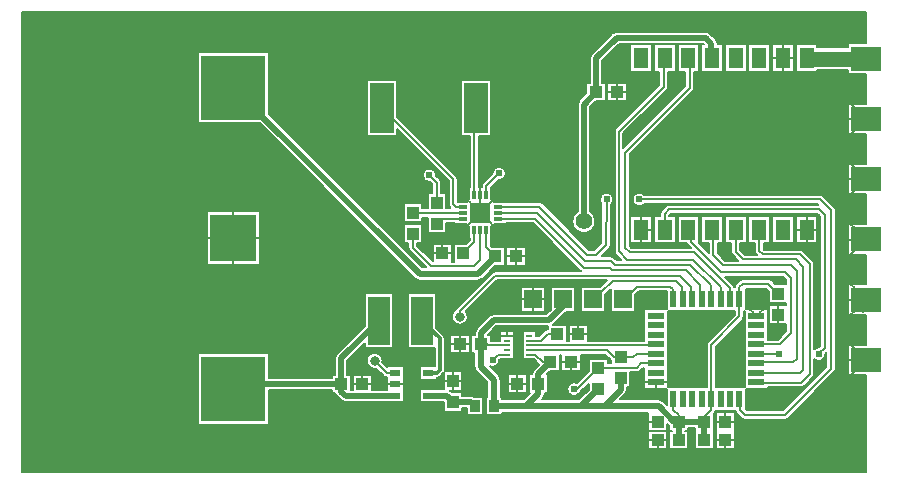
<source format=gtl>
G04 EasyPC Gerber Version 21.0.3 Build 4286 *
G04 #@! TF.Part,Single*
G04 #@! TF.FileFunction,Copper,L1,Top *
G04 #@! TF.FilePolarity,Positive *
%FSLAX35Y35*%
%MOIN*%
G04 #@! TA.AperFunction,SMDPad*
%ADD22R,0.01181X0.03150*%
%ADD71R,0.02362X0.05807*%
%ADD75R,0.03346X0.03937*%
%ADD28R,0.03937X0.04291*%
%ADD74R,0.05118X0.07087*%
%ADD26R,0.07283X0.16142*%
%ADD70R,0.07874X0.16535*%
G04 #@! TA.AperFunction,ComponentPad*
%ADD76R,0.06000X0.06000*%
G04 #@! TA.AperFunction,SMDPad*
%ADD23R,0.06890X0.06890*%
%ADD25R,0.15748X0.15748*%
%ADD24R,0.21654X0.21654*%
G04 #@! TD.AperFunction*
%ADD15C,0.00500*%
%ADD10C,0.00787*%
%ADD18C,0.00827*%
%ADD81C,0.01181*%
G04 #@! TA.AperFunction,SMDPad*
%ADD72R,0.02362X0.00886*%
%ADD21R,0.03150X0.01181*%
%ADD19R,0.03543X0.02362*%
%ADD20R,0.05807X0.02362*%
%ADD27R,0.04291X0.03937*%
%ADD29R,0.04330X0.03940*%
%ADD73R,0.10000X0.07992*%
G04 #@! TD.AperFunction*
%ADD80C,0.01969*%
G04 #@! TA.AperFunction,ViaPad*
%ADD78C,0.02402*%
%ADD79C,0.03200*%
G04 #@! TD.AperFunction*
%ADD82C,0.05000*%
G04 #@! TA.AperFunction,ViaPad*
%ADD77C,0.05600*%
X0Y0D02*
D02*
D10*
X158419Y97297D02*
Y93754D01*
D02*
D15*
X5762Y158124D02*
Y4974D01*
X286864*
Y37205*
X280984*
Y47350*
X286864*
Y57283*
X280984*
Y67429*
X286864*
Y77362*
X280984*
Y87508*
X286864*
Y97441*
X280984*
Y107587*
X286864*
Y117520*
X280984*
Y127665*
X286864*
Y137598*
X280984*
Y138937*
X270827*
Y138150*
X263555*
Y147390*
X270827*
Y146406*
X280984*
Y147744*
X286864*
Y158124*
X5762*
X127234Y40116D02*
X132931D01*
Y28120*
X129880*
G75*
G02X129676Y28110I-201J2050*
G01*
X113541*
G75*
G02X112080Y28714I-4J2061*
G01*
X110637Y30157*
G75*
G02X110106Y31073I1458J1457*
G01*
X108872*
Y32057*
X88035*
Y20685*
X64228*
Y44492*
X88035*
Y36179*
X108872*
Y37163*
X110033*
Y42803*
G75*
G02X110639Y44263I2061*
G01*
X119941Y53564*
Y64516*
X129378*
Y46220*
X119941*
Y47735*
X114156Y41950*
Y37163*
X115317*
Y32232*
X115872*
Y37163*
X122317*
Y32232*
X127234*
Y36370*
G75*
G02X126254Y36805I73J1488*
G01*
X123702Y39356*
G75*
G02X120506Y41982I-519J2626*
G01*
G75*
G02X125860I2677*
G01*
G75*
G02X125809Y41464I-2676J0*
G01*
X127234Y40039*
Y40116*
X276498Y93261D02*
G75*
G02X276996Y92081I-1149J-1180D01*
G01*
Y39226*
G75*
G02X276512Y38060I-1648*
G01*
X261161Y22708*
G75*
G02X259994Y22224I-1167J1164*
G01*
X246707*
G75*
G02X245540Y22708J1648*
G01*
X243870Y24379*
G75*
G02X243412Y25254I1164J1167*
G01*
X236865*
G75*
G02X236441Y24393I-1478J193*
G01*
X236390Y24341*
Y12657*
X229945*
Y19646*
X227740*
Y18661*
X226579*
Y18650*
X227740*
Y12559*
X221295*
Y18650*
X222457*
Y18661*
X221295*
Y20261*
X220740Y20821*
Y18661*
X214295*
Y24650*
X173820*
G75*
G02X173814I-3J2163*
G01*
X165744*
Y23823*
X160244*
Y29913*
X160776*
Y34717*
X157047Y38445*
G75*
G02X156398Y40014I1569J1569*
G01*
Y44449*
X155449*
Y50539*
X156752*
Y51333*
G75*
G02X157358Y52792I2061*
G01*
X161487Y56922*
G75*
G02X162947Y57528I1459J-1455*
G01*
X180400*
X181862Y58989*
Y66531*
X190016*
Y58378*
X187080*
X182713Y54011*
G75*
G02X182686Y53984I-1466J1459*
G01*
X187374*
Y48591*
X187929*
Y53984*
X194374*
Y48591*
X213148*
Y59201*
X220531*
Y65197*
X211285*
X210016Y63972*
Y58378*
X201862*
Y65786*
X200016Y64028*
Y58378*
X191862*
Y66531*
X198323*
X200643Y68740*
X163958*
X153636Y58418*
G75*
G02X154305Y56648I-2008J-1770*
G01*
G75*
G02X148951I-2677*
G01*
G75*
G02X150189Y58905I2677*
G01*
G75*
G02X150574Y59571I1439J-387*
G01*
X162287Y71284*
G75*
G02X163342Y71720I1054J-1054*
G01*
X192082*
G75*
G02X191815Y71933I787J1266*
G01*
X175908Y87839*
X166984*
Y87661*
X162949*
Y86776*
X162063*
Y85586*
G75*
G02Y84820I-1478J-383*
G01*
Y82740*
X161886*
Y80332*
X162446Y79772*
X166606*
Y73681*
X163490*
X159209Y69359*
G75*
G02X157632Y68701I-1578J1560*
G01*
X138198*
G75*
G02X136626Y69350I-3J2219*
G01*
X84898Y121079*
X64228*
Y144886*
X88035*
Y124216*
X139114Y73138*
X140314*
X134925Y78527*
G75*
G02X134488Y79581I1054J1054*
G01*
Y81126*
X132933*
Y87571*
X139024*
Y81126*
X137469*
Y80198*
X142543Y75123*
Y80854*
X148988*
Y74969*
X149543*
Y80854*
X153704*
X154969Y82119*
Y82740*
X154791*
Y86776*
X153906*
Y87661*
X149870*
Y87839*
X146996*
Y84472*
X140906*
Y89701*
X139024*
Y88126*
X132933*
Y94571*
X139024*
Y92996*
X140906*
Y97917*
X142461*
Y100715*
X141654Y101522*
G75*
G02X139213Y103793I-164J2272*
G01*
G75*
G02X143768I2278*
G01*
G75*
G02X143762Y103629I-2277J0*
G01*
X145004Y102386*
G75*
G02X145441Y101333I-1054J-1054*
G01*
Y97917*
X146996*
Y92996*
X148408*
X148311Y93094*
G75*
G02X147874Y94148I1054J1054*
G01*
Y101798*
X130559Y119113*
Y116890*
X120531*
Y135579*
X130559*
Y123328*
X150418Y103469*
G75*
G02X150854Y102415I-1054J-1054*
G01*
Y94933*
X153906*
Y95819*
X154791*
Y99854*
X154969*
Y116890*
X152028*
Y135579*
X162055*
Y116890*
X157949*
Y99854*
X158906*
Y100061*
G75*
G02X159342Y101115I1490J0*
G01*
X162447Y104220*
G75*
G02X162441Y104384I2271J164*
G01*
G75*
G02X166996I2278*
G01*
G75*
G02X164554Y102112I-2278*
G01*
X162063Y99621*
Y95819*
X162949*
Y94933*
X166984*
Y94913*
X178100*
G75*
G02X179267Y94430J-1648*
G01*
X194830Y78866*
X196320*
X198799Y81346*
Y94260*
G75*
G02X198268Y95722I1746J1462*
G01*
G75*
G02X202823I2278*
G01*
G75*
G02X202094Y94053I-2278*
G01*
Y80663*
G75*
G02X201611Y79497I-1648*
G01*
X198854Y76740*
X202020*
G75*
G02X203075Y76304I1J-1490*
G01*
X203919Y75461*
X205511*
X203626Y77346*
G75*
G02X203189Y78400I1054J1054*
G01*
Y118360*
G75*
G02X203626Y119414I1490J0*
G01*
X218150Y133938*
Y138150*
X216311*
Y147390*
X223583*
Y138150*
X221130*
Y133321*
G75*
G02X220693Y132267I-1490J0*
G01*
X206169Y117743*
Y112903*
X226811Y133544*
Y138150*
X224185*
Y147390*
X231457*
Y138150*
X229791*
Y132927*
G75*
G02X229355Y131874I-1490J0*
G01*
X208236Y110755*
Y80296*
X208840Y79693*
X228530*
X227641Y80582*
G75*
G02X227319Y81063I1053J1054*
G01*
X224185*
Y90303*
X231457*
Y81063*
X231375*
X234587Y77852*
Y81063*
X232059*
Y90303*
X239331*
Y81063*
X237567*
Y77737*
X239930Y75374*
X244290*
X242515Y77149*
G75*
G02X242079Y78203I1054J1054*
G01*
Y81063*
X239933*
Y90303*
X247205*
Y81063*
X245059*
Y78820*
X246635Y77244*
X250688*
X250389Y77543*
G75*
G02X249953Y78596I1054J1054*
G01*
Y81063*
X247807*
Y90303*
X255079*
Y81063*
X252933*
Y79214*
X253131Y79016*
X265001*
G75*
G02X266056Y78579I1J-1490*
G01*
X269315Y75319*
G75*
G02X269752Y74266I-1054J-1054*
G01*
Y45806*
G75*
G02X271184Y46422I1561J-1658*
G01*
X271693Y46930*
Y90085*
X270794Y90984*
X222029*
X221437Y90393*
Y90303*
X223583*
Y81063*
X216311*
Y90303*
X218457*
Y91010*
G75*
G02X218893Y92063I1490J0*
G01*
X220358Y93528*
G75*
G02X221413Y93965I1054J-1054*
G01*
X271052*
X270939Y94075*
X213043*
G75*
G02X209193Y95722I-1572J1648*
G01*
G75*
G02X213043Y97370I2278*
G01*
X271607*
G75*
G02X272758Y96903I1J-1648*
G01*
X276498Y93261*
X208437Y90303D02*
X215709D01*
Y81063*
X208437*
Y90303*
X255681D02*
X262953D01*
Y81063*
X255681*
Y90303*
X263555D02*
X270827D01*
Y81063*
X263555*
Y90303*
X236945Y24752D02*
X243390D01*
Y12657*
X236945*
Y24752*
X214295Y18650D02*
X220740D01*
Y12559*
X214295*
Y18650*
X171862Y66531D02*
X180016D01*
Y58378*
X171862*
Y66531*
X167161Y79772D02*
X173606D01*
Y73681*
X167161*
Y79772*
X148449Y50539D02*
X154894D01*
Y44449*
X148449*
Y50539*
X156528Y29913D02*
X159445D01*
Y23823*
X153945*
Y26185*
X152409*
Y25024*
X146319*
Y28317*
X143955*
Y28120*
X138258*
Y32636*
X143955*
Y32439*
X146319*
Y38001*
G75*
G02X146114Y37752I-1385J929*
G01*
X145041Y36679*
G75*
G02X143955Y36194I-1179J1180*
G01*
Y35600*
X138258*
Y40116*
X143268*
Y46220*
X134311*
Y64516*
X143748*
Y53007*
X146114Y50642*
G75*
G02X146602Y49463I-1179J-1179*
G01*
Y38931*
G75*
G02X146537Y38469I-1667J0*
G01*
X152409*
Y32024*
X148473*
G75*
G02X148692Y31833I-1242J-1644*
G01*
X149056Y31469*
X152409*
Y30307*
X155317*
G75*
G02X156528Y29913J-2061*
G01*
X67181Y91736D02*
X85083D01*
Y73835*
X67181*
Y91736*
X237547Y147390D02*
X239331D01*
Y138150*
X232059*
Y147390*
X232873*
X232763Y147500*
X204745*
X199106Y141861*
Y134496*
X200268*
Y128406*
X196915*
X195028Y126519*
Y91722*
G75*
G02X196843Y88439I-2061J-3283*
G01*
G75*
G02X189090I-3877*
G01*
G75*
G02X190906Y91722I3877*
G01*
Y127372*
G75*
G02X191511Y128831I2061*
G01*
X193823Y131143*
Y134496*
X194984*
Y142715*
G75*
G02X195590Y144174I2061*
G01*
X202432Y151016*
G75*
G02X203892Y151622I1459J-1455*
G01*
X233613*
G75*
G02X235074Y151019I4J-2061*
G01*
X236944Y149148*
G75*
G02X237547Y147691I-1457J-1457*
G01*
G75*
G02Y147690I-740J0*
G01*
G75*
G02Y147687I-863J-1*
G01*
Y147390*
X208437D02*
X215709D01*
Y138150*
X208437*
Y147390*
X200823Y134496D02*
X207268D01*
Y128406*
X200823*
Y134496*
X239933Y147390D02*
X247205D01*
Y138150*
X239933*
Y147390*
X247807D02*
X255079D01*
Y138150*
X247807*
Y147390*
X255681D02*
X262953D01*
Y138150*
X255681*
Y147390*
X243390Y15604D02*
G36*
Y12657D01*
X236945*
Y15604*
X236390*
Y12657*
X229945*
Y15604*
X227740*
Y12559*
X221295*
Y15604*
X220740*
Y12559*
X214295*
Y15604*
X6012*
Y5224*
X286614*
Y15604*
X243390*
G37*
X221295Y18705D02*
G36*
X220740D01*
Y18661*
X214295*
Y18705*
X6012*
Y15604*
X214295*
Y18650*
X220740*
Y15604*
X221295*
Y18650*
X222457*
Y18661*
X221295*
Y18705*
G37*
X229945D02*
G36*
X227740D01*
Y18661*
X226579*
Y18650*
X227740*
Y15604*
X229945*
Y18705*
G37*
X236945D02*
G36*
X236390D01*
Y15604*
X236945*
Y18705*
G37*
X243390D02*
G36*
Y15604D01*
X286614*
Y18705*
X243390*
G37*
X280984Y42600D02*
G36*
X276996D01*
Y39226*
G75*
G02X276512Y38060I-1646J-1*
G01*
X261161Y22708*
G75*
G02X259994Y22224I-1166J1162*
G01*
X246707*
G75*
G02X245540Y22708I-1J1646*
G01*
X243870Y24379*
G75*
G02X243412Y25254I1163J1166*
G01*
X236865*
G75*
G02X236441Y24393I-1479J194*
G01*
X236390Y24341*
Y18705*
X236945*
Y24752*
X243390*
Y18705*
X286614*
Y37205*
X280984*
Y42600*
G37*
X110033D02*
G36*
X88035D01*
Y36179*
X108872*
Y37163*
X110033*
Y42600*
G37*
X120579D02*
G36*
X114806D01*
X114156Y41950*
Y37163*
X115317*
Y32232*
X115872*
Y37163*
X122317*
Y32232*
X127234*
Y36370*
G75*
G02X126254Y36805I73J1489*
G01*
X123702Y39356*
G75*
G02X120506Y41982I-519J2626*
G01*
Y41982*
G75*
G02X120579Y42600I2677J0*
G01*
G37*
X221295Y18705D02*
G36*
Y20261D01*
X220740Y20821*
Y18705*
X221295*
G37*
X229945D02*
G36*
Y19646D01*
X227740*
Y18705*
X229945*
G37*
X156398Y42600D02*
G36*
X146602D01*
Y38931*
G75*
G02X146537Y38469I-1683J2*
G01*
X152409*
Y32024*
X148473*
G75*
G02X148692Y31833I-1226J-1626*
G01*
X149056Y31469*
X152409*
Y30307*
X155317*
G75*
G02X156528Y29913I1J-2058*
G01*
X159445*
Y23823*
X153945*
Y26185*
X152409*
Y25024*
X146319*
Y28317*
X143955*
Y28120*
X138258*
Y32636*
X143955*
Y32439*
X146319*
Y38001*
G75*
G02X146114Y37752I-1406J947*
G01*
X145041Y36679*
G75*
G02X143955Y36194I-1179J1180*
G01*
Y35600*
X138258*
Y40116*
X143268*
Y42600*
X125787*
G75*
G02X125860Y41982I-2604J-619*
G01*
G75*
G02Y41980I-2547J-1*
G01*
G75*
G02X125809Y41464I-2644*
G01*
X127234Y40039*
Y40116*
X132931*
Y28120*
X129880*
G75*
G02X129676Y28110I-201J2046*
G01*
X113541*
G75*
G02X112080Y28714I-3J2063*
G01*
X110637Y30157*
G75*
G02X110106Y31073I1452J1454*
G01*
X108872*
Y32057*
X88035*
Y20685*
X64228*
Y42600*
X6012*
Y18705*
X214295*
Y24650*
X173820*
X173814*
X165744*
Y23823*
X160244*
Y29913*
X160776*
Y34717*
X157047Y38445*
G75*
G02X156398Y40014I1570J1569*
G01*
Y42600*
G37*
X113871Y47494D02*
G36*
X6012D01*
Y42600*
X64228*
Y44492*
X88035*
Y42600*
X110033*
Y42803*
G75*
G02X110639Y44263I2061*
G01*
X113871Y47494*
G37*
X134311D02*
G36*
X129378D01*
Y46220*
X119941*
Y47494*
X119700*
X114806Y42600*
X120579*
G75*
G02X125787I2604J-618*
G01*
X143268*
Y46220*
X134311*
Y47494*
G37*
X156398Y42600D02*
G36*
Y44449D01*
X155449*
Y47494*
X154894*
Y44449*
X148449*
Y47494*
X146602*
Y42600*
X156398*
G37*
X271693Y47494D02*
G36*
X269752D01*
Y45806*
G75*
G02X271184Y46422I1561J-1658*
G01*
X271693Y46930*
Y47494*
G37*
X286614Y47350D02*
G36*
Y47494D01*
X276996*
Y42600*
X280984*
Y47350*
X286614*
G37*
X119941Y47494D02*
G36*
Y47735D01*
X119700Y47494*
X119941*
G37*
Y62455D02*
G36*
X6012D01*
Y47494*
X113871*
X119941Y53564*
Y62455*
G37*
X134311Y47494D02*
G36*
Y62455D01*
X129378*
Y47494*
X134311*
G37*
X155449D02*
G36*
Y50539D01*
X156752*
Y51333*
G75*
G02X157358Y52792I2061*
G01*
X161487Y56922*
G75*
G02X162947Y57528I1459J-1454*
G01*
X180400*
X181862Y58989*
Y62455*
X180016*
Y58378*
X171862*
Y62455*
X157672*
X153636Y58418*
G75*
G02X154305Y56648I-2009J-1770*
G01*
G75*
G02X148951I-2677*
G01*
G75*
G02X150189Y58905I2678J-1*
G01*
G75*
G02X150574Y59571I1436J-385*
G01*
X153458Y62455*
X143748*
Y53007*
X146114Y50642*
G75*
G02X146602Y49463I-1178J-1178*
G01*
Y47494*
X148449*
Y50539*
X154894*
Y47494*
X155449*
G37*
X220531Y62455D02*
G36*
X210016D01*
Y58378*
X201862*
Y62455*
X200016*
Y58378*
X191862*
Y62455*
X190016*
Y58378*
X187080*
X182713Y54011*
G75*
G02X182686Y53984I-951J937*
G01*
X187374*
Y48591*
X187929*
Y53984*
X194374*
Y48591*
X213148*
Y59201*
X220531*
Y62455*
G37*
X271693D02*
G36*
X269752D01*
Y47494*
X271693*
Y62455*
G37*
X280984D02*
G36*
X276996D01*
Y47494*
X286614*
Y57283*
X280984*
Y62455*
G37*
X136726Y76726D02*
G36*
X135525D01*
X139114Y73138*
X140314*
X136726Y76726*
G37*
X142543D02*
G36*
X140940D01*
X142543Y75123*
Y76726*
G37*
X149543D02*
G36*
X148988D01*
Y74969*
X149543*
Y76726*
G37*
X191862Y62455D02*
G36*
Y66531D01*
X198323*
X200643Y68740*
X163958*
X157672Y62455*
X171862*
Y66531*
X180016*
Y62455*
X181862*
Y66531*
X190016*
Y62455*
X191862*
G37*
X187021Y76726D02*
G36*
X173606D01*
Y73681*
X167161*
Y76726*
X166606*
Y73681*
X163490*
X159209Y69359*
G75*
G02X157632Y68701I-1578J1560*
G01*
X138198*
G75*
G02X136626Y69350I-4J2218*
G01*
X129250Y76726*
X85083*
Y73835*
X67181*
Y76726*
X6012*
Y62455*
X119941*
Y64516*
X129378*
Y62455*
X134311*
Y64516*
X143748*
Y62455*
X153458*
X162287Y71284*
G75*
G02X163342Y71720I1054J-1054*
G01*
X192082*
G75*
G02X191815Y71933I787J1265*
G01*
X187021Y76726*
G37*
X201862Y62455D02*
G36*
Y65786D01*
X200016Y64028*
Y62455*
X201862*
G37*
X204245Y76726D02*
G36*
X202223D01*
G75*
G02X203075Y76304I-202J-1477*
G01*
X203919Y75461*
X205511*
X204245Y76726*
G37*
X242938D02*
G36*
X238578D01*
X239930Y75374*
X244290*
X242938Y76726*
G37*
X220531Y62455D02*
G36*
Y65197D01*
X211285*
X210016Y63972*
Y62455*
X220531*
G37*
X271693Y76726D02*
G36*
X267908D01*
X269315Y75319*
G75*
G02X269752Y74266I-1053J-1054*
G01*
Y62455*
X271693*
Y76726*
G37*
X286614Y67429D02*
G36*
Y76726D01*
X276996*
Y62455*
X280984*
Y67429*
X286614*
G37*
X67181Y85683D02*
G36*
X6012D01*
Y76726*
X67181*
Y85683*
G37*
X129250Y76726D02*
G36*
X120293Y85683D01*
X85083*
Y76726*
X129250*
G37*
X136726D02*
G36*
X134925Y78527D01*
G75*
G02X134488Y79581I1053J1054*
G01*
Y81126*
X132933*
Y85683*
X126569*
X135525Y76726*
X136726*
G37*
X149543D02*
G36*
Y80854D01*
X153704*
X154969Y82119*
Y82740*
X154791*
Y85683*
X146996*
Y84472*
X140906*
Y85683*
X139024*
Y81126*
X137469*
Y80198*
X140940Y76726*
X142543*
Y80854*
X148988*
Y76726*
X149543*
G37*
X198799Y85683D02*
G36*
X195693D01*
G75*
G02X190240I-2727J2756*
G01*
X188013*
X194830Y78866*
X196320*
X198799Y81346*
Y85683*
G37*
X187021Y76726D02*
G36*
X178064Y85683D01*
X162063*
Y85586*
G75*
G02X162112Y85203I-1479J-383*
G01*
G75*
G02X162063Y84820I-1528*
G01*
Y82740*
X161886*
Y80332*
X162446Y79772*
X166606*
Y76726*
X167161*
Y79772*
X173606*
Y76726*
X187021*
G37*
X224185Y85683D02*
G36*
X223583D01*
Y81063*
X216311*
Y85683*
X215709*
Y81063*
X208437*
Y85683*
X208236*
Y80296*
X208840Y79693*
X228530*
X227641Y80582*
G75*
G02X227319Y81063I1047J1050*
G01*
X224185*
Y85683*
G37*
X204245Y76726D02*
G36*
X203626Y77346D01*
G75*
G02X203189Y78400I1053J1054*
G01*
Y85683*
X202094*
Y80663*
G75*
G02X201611Y79497I-1646J-1*
G01*
X198854Y76740*
X202020*
G75*
G02X202223Y76726I0J-1491*
G01*
X204245*
G37*
X232059Y85683D02*
G36*
X231457D01*
Y81063*
X231375*
X234587Y77852*
Y81063*
X232059*
Y85683*
G37*
X247807D02*
G36*
X247205D01*
Y81063*
X245059*
Y78820*
X246635Y77244*
X250688*
X250389Y77543*
G75*
G02X249953Y78596I1053J1054*
G01*
Y81063*
X247807*
Y85683*
G37*
X242938Y76726D02*
G36*
X242515Y77149D01*
G75*
G02X242079Y78203I1053J1054*
G01*
Y81063*
X239933*
Y85683*
X239331*
Y81063*
X237567*
Y77737*
X238578Y76726*
X242938*
G37*
X271693Y85683D02*
G36*
X270827D01*
Y81063*
X263555*
Y85683*
X262953*
Y81063*
X255681*
Y85683*
X255079*
Y81063*
X252933*
Y79214*
X253131Y79016*
X265001*
G75*
G02X266056Y78579I0J-1491*
G01*
X267908Y76726*
X271693*
Y85683*
G37*
X280984D02*
G36*
X276996D01*
Y76726*
X286614*
Y77362*
X280984*
Y85683*
G37*
X120293D02*
G36*
X84898Y121079D01*
X64228*
Y131451*
X6012*
Y85683*
X67181*
Y91736*
X85083*
Y85683*
X120293*
G37*
X140906D02*
G36*
Y89701D01*
X139024*
Y88126*
X132933*
Y94571*
X139024*
Y92996*
X140906*
Y97917*
X142461*
Y100715*
X141654Y101522*
G75*
G02X139213Y103793I-164J2272*
G01*
G75*
G02X143768I2278*
G01*
G75*
G02X143762Y103629I-2438J6*
G01*
X145004Y102386*
G75*
G02X145441Y101333I-1053J-1054*
G01*
Y97917*
X146996*
Y92996*
X148408*
X148311Y93094*
G75*
G02X147874Y94148I1053J1054*
G01*
Y101798*
X130559Y119113*
Y116890*
X120531*
Y131451*
X88035*
Y124216*
X126569Y85683*
X132933*
Y87571*
X139024*
Y85683*
X140906*
G37*
X152028Y131451D02*
G36*
X130559D01*
Y123328*
X150418Y103469*
G75*
G02X150854Y102415I-1053J-1054*
G01*
Y94933*
X153906*
Y95819*
X154791*
Y99854*
X154969*
Y116890*
X152028*
Y131451*
G37*
X154791Y85683D02*
G36*
Y86776D01*
X153906*
Y87661*
X149870*
Y87839*
X146996*
Y85683*
X154791*
G37*
X178064D02*
G36*
X175908Y87839D01*
X166984*
Y87661*
X162949*
Y86776*
X162063*
Y85683*
X178064*
G37*
X193823Y131451D02*
G36*
X162055D01*
Y116890*
X157949*
Y99854*
X158906*
Y100061*
G75*
G02X159342Y101115I1489*
G01*
X162447Y104220*
G75*
G02X162441Y104384I2432J170*
G01*
G75*
G02X166996I2278*
G01*
G75*
G02X164554Y102112I-2278J1*
G01*
X162063Y99621*
Y95819*
X162949*
Y94933*
X166984*
Y94913*
X178100*
G75*
G02X179267Y94430I1J-1646*
G01*
X188013Y85683*
X190240*
G75*
G02X189090Y88439I2727J2756*
G01*
G75*
G02X190906Y91722I3878J0*
G01*
Y127372*
G75*
G02X191511Y128831I2061*
G01*
X193823Y131143*
Y131451*
G37*
X215662D02*
G36*
X207268D01*
Y128406*
X200823*
Y131451*
X200268*
Y128406*
X196915*
X195028Y126519*
Y91722*
G75*
G02X196843Y88439I-2062J-3284*
G01*
G75*
G02X195693Y85683I-3877J0*
G01*
X198799*
Y94260*
G75*
G02X198268Y95722I1746J1462*
G01*
G75*
G02X202823I2278*
G01*
G75*
G02X202094Y94053I-2280J1*
G01*
Y85683*
X203189*
Y118360*
G75*
G02X203626Y119414I1489*
G01*
X215662Y131451*
G37*
X224717D02*
G36*
X219877D01*
X206169Y117743*
Y112903*
X224717Y131451*
G37*
X271693Y85683D02*
G36*
Y90085D01*
X270794Y90984*
X222029*
X221437Y90393*
Y90303*
X223583*
Y85683*
X224185*
Y90303*
X231457*
Y85683*
X232059*
Y90303*
X239331*
Y85683*
X239933*
Y90303*
X247205*
Y85683*
X247807*
Y90303*
X255079*
Y85683*
X255681*
Y90303*
X262953*
Y85683*
X263555*
Y90303*
X270827*
Y85683*
X271693*
G37*
X286614Y127665D02*
G36*
Y131451D01*
X228932*
X208236Y110755*
Y85683*
X208437*
Y90303*
X215709*
Y85683*
X216311*
Y90303*
X218457*
Y91010*
G75*
G02X218893Y92063I1489*
G01*
X220358Y93528*
G75*
G02X221413Y93965I1054J-1054*
G01*
X271052*
X270939Y94075*
X213043*
G75*
G02X209193Y95722I-1572J1648*
G01*
G75*
G02X213043Y97370I2278J0*
G01*
X271607*
G75*
G02X272758Y96903I2J-1646*
G01*
X276498Y93261*
G75*
G02X276996Y92081I-1149J-1180*
G01*
Y92081*
Y85683*
X280984*
Y87508*
X286614*
Y97441*
X280984*
Y107587*
X286614*
Y117520*
X280984*
Y127665*
X286614*
G37*
X64228Y142770D02*
G36*
X6012D01*
Y131451*
X64228*
Y142770*
G37*
X193823Y131451D02*
G36*
Y134496D01*
X194984*
Y142715*
G75*
G02X194985Y142770I2067J-2*
G01*
X88035*
Y131451*
X120531*
Y135579*
X130559*
Y131451*
X152028*
Y135579*
X162055*
Y131451*
X193823*
G37*
X216311Y142770D02*
G36*
X215709D01*
Y138150*
X208437*
Y142770*
X200015*
X199106Y141861*
Y134496*
X200268*
Y131451*
X200823*
Y134496*
X207268*
Y131451*
X215662*
X218150Y133938*
Y138150*
X216311*
Y142770*
G37*
X224185D02*
G36*
X223583D01*
Y138150*
X221130*
Y133321*
G75*
G02X220693Y132267I-1489*
G01*
X219877Y131451*
X224717*
X226811Y133544*
Y138150*
X224185*
Y142770*
G37*
X286614Y137598D02*
G36*
X280984D01*
Y138937*
X270827*
Y138150*
X263555*
Y142770*
X262953*
Y138150*
X255681*
Y142770*
X255079*
Y138150*
X247807*
Y142770*
X247205*
Y138150*
X239933*
Y142770*
X239331*
Y138150*
X232059*
Y142770*
X231457*
Y138150*
X229791*
Y132927*
G75*
G02X229355Y131874I-1489*
G01*
X228932Y131451*
X286614*
Y137598*
G37*
X232059Y142770D02*
G36*
Y147390D01*
X232873*
X232763Y147500*
X204745*
X200015Y142770*
X208437*
Y147390*
X215709*
Y142770*
X216311*
Y147390*
X223583*
Y142770*
X224185*
Y147390*
X231457*
Y142770*
X232059*
G37*
X286614Y147744D02*
G36*
Y157874D01*
X6012*
Y142770*
X64228*
Y144886*
X88035*
Y142770*
X194985*
G75*
G02X195590Y144174I2059J-55*
G01*
X202432Y151016*
G75*
G02X203892Y151622I1459J-1454*
G01*
X233613*
G75*
G02X235074Y151019I3J-2063*
G01*
X236944Y149148*
G75*
G02X237547Y147691I-1457J-1457*
G01*
Y147691*
Y147690*
Y147687*
Y147390*
X239331*
Y142770*
X239933*
Y147390*
X247205*
Y142770*
X247807*
Y147390*
X255079*
Y142770*
X255681*
Y147390*
X262953*
Y142770*
X263555*
Y147390*
X270827*
Y146406*
X280984*
Y147744*
X286614*
G37*
X164942Y42461D02*
X164825Y42343D01*
G75*
G02X161700Y40067I-2272J-164*
G01*
X164563Y37205*
G75*
G02X165213Y35636I-1569J-1569*
G01*
Y29913*
X165744*
Y29087*
X172898*
X175107Y31295*
X174567*
Y37386*
X175728*
Y37526*
G75*
G02X176334Y38985I2061*
G01*
X178009Y40659*
X176237Y42431*
X172559*
Y51770*
X177075*
Y50165*
X177979*
X179807Y51993*
G75*
G02X180861Y52429I1054J-1054*
G01*
X180929*
Y53406*
X163800*
X160934Y50539*
X161894*
Y48591*
X165079*
Y51770*
X169594*
Y42431*
X165079*
Y42461*
X164942*
X167567Y37386D02*
X174012D01*
Y31295*
X167567*
Y37386*
X174567Y34341D02*
G36*
X174012D01*
Y31295*
X167567*
Y34341*
X165213*
Y29913*
X165744*
Y29337*
X173148*
X175107Y31295*
X174567*
Y34341*
G37*
X180679Y52418D02*
G36*
Y53156D01*
X163550*
X161184Y50789*
Y50539*
X161894*
Y48591*
X165079*
Y51770*
X169594*
Y42431*
X165079*
Y42461*
X164942*
X164825Y42343*
G75*
G02X164831Y42179I-2273J-164*
G01*
G75*
G02X161700Y40067I-2278*
G01*
X164563Y37205*
G75*
G02X165213Y35636I-1570J-1569*
G01*
Y34341*
X167567*
Y37386*
X174012*
Y34341*
X174567*
Y37386*
X175728*
Y37526*
G75*
G02X176334Y38985I2061*
G01*
X178009Y40659*
X176237Y42431*
X172559*
Y51770*
X177075*
Y50165*
X177979*
X179807Y51993*
G75*
G02X180679Y52418I1054J-1054*
G01*
G37*
X181560Y38382D02*
X180564Y37386D01*
X181012*
Y31295*
X179929*
Y30762*
G75*
G02X179280Y29193I-2219J0*
G01*
X179173Y29087*
X191385*
X194549Y32251*
Y34229*
X191800Y31480*
G75*
G02X191676Y31369I-1056J1051*
G01*
G75*
G02X187441Y32533I-1957J1165*
G01*
G75*
G02X190696Y34591I2278*
G01*
X194549Y38444*
Y42624*
X201030*
Y41067*
X202030*
Y42131*
X200125Y44035*
X191913*
Y38382*
X185469*
Y44035*
X184913*
Y38382*
X181560*
G36*
X180564Y37386*
X181012*
Y31295*
X179929*
Y30762*
G75*
G02X179280Y29193I-2219J0*
G01*
X179173Y29087*
X191385*
X194549Y32251*
Y34229*
X191800Y31480*
G75*
G02X191676Y31369I-1056J1051*
G01*
G75*
G02X187441Y32533I-1957J1165*
G01*
G75*
G02X190696Y34591I2278*
G01*
X194549Y38444*
Y42624*
X201030*
Y41067*
X202030*
Y42131*
X200125Y44035*
X191913*
Y38382*
X185469*
Y44035*
X184913*
Y38382*
X181560*
G37*
X206725Y30779D02*
X205033Y29087D01*
X217865*
G75*
G02X219443Y28430I3J-2219*
G01*
X220531Y27333*
Y32638*
X213148*
Y39705*
X212777*
X211595Y38523*
G75*
G02X210540Y38087I-1054J1054*
G01*
X208510*
Y33073*
X207331*
Y32238*
G75*
G02X206725Y30779I-2061*
G01*
G36*
X205033Y29087*
X217865*
G75*
G02X219443Y28430I3J-2219*
G01*
X220531Y27333*
Y32638*
X213148*
Y39705*
X212777*
X211595Y38523*
G75*
G02X210540Y38087I-1054J1054*
G01*
X208510*
Y33073*
X207331*
Y32238*
G75*
G02X206725Y30779I-2061*
G01*
G37*
X221108Y58624D02*
Y33215D01*
X233898*
Y47297*
G75*
G02X234334Y48351I1490J0*
G01*
X243346Y57363*
Y58624*
X221108*
G36*
Y33215*
X233898*
Y47297*
G75*
G02X234334Y48351I1490J0*
G01*
X243346Y57363*
Y58624*
X221108*
G37*
X236878Y46680D02*
Y33215D01*
X246518*
Y58624*
X246327*
Y56746*
G75*
G02X245890Y55693I-1490J0*
G01*
X236878Y46680*
G36*
Y33215*
X246518*
Y58624*
X246327*
Y56746*
G75*
G02X245890Y55693I-1490J0*
G01*
X236878Y46680*
G37*
X247094Y65925D02*
Y59201D01*
X254478*
Y48984*
X257605*
X260472Y51852*
Y54157*
X254783*
Y60602*
X260472*
Y61157*
X254783*
Y65008*
X253822Y65925*
X247094*
G36*
Y59201*
X254478*
Y48984*
X257605*
X260472Y51852*
Y54157*
X254783*
Y60602*
X260472*
Y61157*
X254783*
Y65008*
X253822Y65925*
X247094*
G37*
X259365Y70020D02*
X239970D01*
X242741Y67248*
G75*
G02X243125Y66585I-1054J-1054*
G01*
X243200*
G75*
G02X243673Y67558I1637J-193*
G01*
X244851Y68737*
G75*
G02X246018Y69220I1167J-1164*
G01*
X254482*
G75*
G02X255621Y68764J-1648*
G01*
X256838Y67602*
X260472*
Y68912*
X259365Y70020*
G36*
X239970*
X242741Y67248*
G75*
G02X243125Y66585I-1054J-1054*
G01*
X243200*
G75*
G02X243673Y67558I1637J-193*
G01*
X244851Y68737*
G75*
G02X246018Y69220I1167J-1164*
G01*
X254482*
G75*
G02X255621Y68764J-1648*
G01*
X256838Y67602*
X260472*
Y68912*
X259365Y70020*
G37*
X273701Y44723D02*
X273550Y44573D01*
G75*
G02X269752Y42489I-2237J-425*
G01*
Y37455*
G75*
G02X269315Y36401I-1490J0*
G01*
X266559Y33645*
G75*
G02X265505Y33209I-1054J1054*
G01*
X254478*
Y32638*
X247094*
Y25814*
X247389Y25520*
X259312*
X273701Y39909*
Y44723*
G36*
X273550Y44573*
G75*
G02X269752Y42489I-2237J-425*
G01*
Y37455*
G75*
G02X269315Y36401I-1490J0*
G01*
X266559Y33645*
G75*
G02X265505Y33209I-1054J1054*
G01*
X254478*
Y32638*
X247094*
Y25814*
X247389Y25520*
X259312*
X273701Y39909*
Y44723*
G37*
D02*
D18*
X68671Y82785D02*
X67018D01*
X76132Y75325D02*
Y73671D01*
Y90246D02*
Y91900D01*
X83593Y82785D02*
X85246D01*
X117362Y34118D02*
X115709D01*
X119094Y35673D02*
Y37327D01*
X120827Y34118D02*
X122480D01*
X128724D02*
X127071D01*
X130083Y37858D02*
X127307D01*
X123183Y41982*
X131441Y34118D02*
X133094D01*
X135978Y91348D02*
Y91293D01*
X152470*
X152474Y91297*
X152522*
X143951Y94695D02*
Y101333D01*
X141490Y103793*
X144033Y77809D02*
X142380D01*
X145766Y79364D02*
Y81018D01*
X147498Y77809D02*
X149152D01*
X147809Y35246D02*
X146156D01*
X149364Y33514D02*
Y31860D01*
Y36978D02*
Y38632D01*
X149939Y47494D02*
X148285D01*
X150919Y35246D02*
X152573D01*
X151628Y56648D02*
Y58518D01*
X163341Y70230*
X225152*
X228695Y66687*
Y62998*
X229089Y62604*
X151671Y45939D02*
Y44285D01*
Y49049D02*
Y50703D01*
X152522Y89329D02*
X145585D01*
X143951Y87695*
X152522Y93266D02*
X150246D01*
X149364Y94148*
Y102415*
X125545Y126234*
X153404Y47494D02*
X155057D01*
X155274Y88144D02*
X153742Y86612D01*
X155274Y94450D02*
X153742Y95982D01*
X156459Y85392D02*
Y81502D01*
X152766Y77809*
X156459Y97203D02*
Y125652D01*
X157041Y126234*
X158427Y85392D02*
Y75652D01*
X156254Y73478*
X142081*
X135978Y79581*
Y84348*
X158427Y98364D02*
Y100018D01*
X160396Y85392D02*
Y79715D01*
X163384Y76726*
X160396Y97203D02*
Y100061D01*
X164719Y104384*
X160585Y85203D02*
X160396Y85392D01*
X161580Y88144D02*
X163112Y86612D01*
X161580Y94450D02*
X163112Y95982D01*
X163384Y76726D02*
Y78203D01*
X162990*
X164333Y89329D02*
X176526D01*
X192868Y72986*
X201530*
X202415Y72100*
X226923*
X231844Y67179*
Y62998*
X232238Y62604*
X164333Y91297D02*
X177215D01*
X193262Y75250*
X202022*
X203301Y73970*
X228498*
X235191Y67278*
Y62801*
X235388Y62604*
X164333Y93266D02*
X178100D01*
X194148Y77219*
X197002*
X200447Y80663*
X200545Y95722*
X166569Y50250D02*
X164915D01*
X167337Y43951D02*
X164325D01*
X162553Y42179*
X167337Y47100D02*
X159065D01*
X158671Y47494*
X167337Y50280D02*
Y51933D01*
X168104Y50250D02*
X169758D01*
X168652Y76726D02*
X166998D01*
X169057Y34341D02*
X167404D01*
X170384Y75171D02*
Y73518D01*
Y78281D02*
Y79935D01*
X170789Y32785D02*
Y31132D01*
Y35896D02*
Y37549D01*
Y40376D02*
X170821Y40407D01*
X171018Y40604D02*
X170821Y40407D01*
X172116Y76726D02*
X173770D01*
X172522Y34341D02*
X174175D01*
X173352Y62455D02*
X171699D01*
X174817Y43951D02*
X176825D01*
X179348Y41427*
X181691*
X174817Y45526D02*
X200742D01*
X203148Y43120*
X205270*
X174817Y47100D02*
X216734D01*
X217128Y47494*
X174817Y48675D02*
X178596D01*
X180860Y50939*
X184152*
X175939Y59868D02*
Y58215D01*
Y65041D02*
Y66695D01*
X178526Y62455D02*
X180179D01*
X186959Y41427D02*
X185305D01*
X188691Y39872D02*
Y38219D01*
X189419Y50939D02*
X187766D01*
X189719Y32533D02*
X190746D01*
X197789Y39577*
X190423Y41427D02*
X192077D01*
X191152Y52494D02*
Y54148D01*
X192884Y50939D02*
X194537D01*
X197789Y39577D02*
X210541D01*
X212159Y41195*
X217128*
X202313Y131451D02*
X200659D01*
X204045Y129896D02*
Y128242D01*
Y133006D02*
Y134659D01*
X205270Y43120D02*
X209360D01*
X210585Y44344*
X217128*
X205778Y131451D02*
X207431D01*
X211470Y95722D02*
X271608Y95821D01*
X275348Y92081*
Y39226*
X259994Y23872*
X246707*
X245033Y25545*
Y29037*
X244837Y29234*
X212073Y82553D02*
Y80900D01*
Y88813D02*
Y90467D01*
X214219Y85683D02*
X215872D01*
X214638Y34896D02*
X212984D01*
X215785Y15604D02*
X214132D01*
X215785Y21707D02*
X214132D01*
X217128Y34128D02*
Y32474D01*
X217518Y14049D02*
Y12396D01*
X219250Y15604D02*
X220904D01*
X219618Y34896D02*
X221272D01*
X219947Y85683D02*
Y91010D01*
X221411Y92474*
X271411*
X273183Y90703*
Y46313*
X271313Y44443*
Y44148*
X222789Y29234D02*
Y25545D01*
X224561Y23774*
Y21750*
X224518Y21707*
X222789Y29904D02*
Y29234D01*
Y62604D02*
X222593D01*
Y65900*
X221805Y66687*
X210683*
X205073Y61274*
X205939*
Y62455*
X225939Y62604D02*
X225742D01*
Y66490*
X223675Y68557*
X202612*
X194443Y60781*
X195939*
Y62455*
X227821Y85683D02*
X228695D01*
Y81636*
X238821Y71510*
X259982*
X261963Y69530*
Y51234*
X258222Y47494*
X250498*
X235388Y29234D02*
Y47297D01*
X244837Y56746*
Y62604*
X235388Y29234D02*
Y25447D01*
X233167Y23226*
Y21707*
X235695Y85683D02*
X236077D01*
Y77120*
X239313Y73884*
X261951*
X263931Y71904*
Y42573*
X262750Y41392*
X250695*
X250498Y41195*
X238435Y15703D02*
X236781D01*
X238435Y21707D02*
X236781D01*
X238537Y62604D02*
Y66589D01*
X229482Y75644*
X207435*
X204679Y78400*
Y118360*
X219640Y133321*
Y142463*
X219947Y142770*
X240167Y14148D02*
Y12494D01*
Y23262D02*
Y24915D01*
X241687Y62604D02*
Y66195D01*
X229679Y78203*
X208222*
X206746Y79679*
Y111372*
X228301Y132927*
Y142289*
X227821Y142770*
X241900Y15703D02*
X243553D01*
X241900Y21707D02*
X243553D01*
X243569Y85683D02*
Y78203D01*
X246018Y75754*
X263624*
X266096Y73281*
Y39030*
X265112Y38045*
X250498*
X245033Y62801D02*
X244837Y62604D01*
X249609Y57832D02*
X248077Y59364D01*
X251387Y57832D02*
X252919Y59364D01*
X251443Y85683D02*
Y78596D01*
X252514Y77526*
X265002*
X268262Y74266*
Y37455*
X265506Y34699*
X250695*
X250498Y34896*
X257171Y142770D02*
X255518D01*
X257392Y56943D02*
X257829Y57380D01*
Y55648D02*
Y53994D01*
Y59112D02*
Y60766D01*
Y64380D02*
X257675D01*
X254482Y67573*
X246018*
X244837Y66392*
Y62604*
X258026Y44148D02*
X250695D01*
X250498Y44344*
X258026Y57183D02*
X257829Y57380D01*
X259317Y139640D02*
Y137986D01*
Y145900D02*
Y147553D01*
X261463Y142770D02*
X263116D01*
X265045Y85683D02*
X263392D01*
X267191Y82553D02*
Y80900D01*
Y88813D02*
Y90467D01*
X269337Y85683D02*
X270990D01*
X279778Y82337D02*
X286963D01*
X287061Y82435*
X279778Y102612D02*
X286963D01*
X287061Y102514*
X279778Y122494D02*
X286963D01*
X287061Y122593*
X283357Y38574D02*
X281825Y37041D01*
X283357Y45981D02*
X281825Y47514D01*
X283357Y58652D02*
X281825Y57120D01*
X283357Y66060D02*
X281825Y67593D01*
X283357Y78731D02*
X281825Y77199D01*
X283357Y86139D02*
X281825Y87671D01*
X283357Y98810D02*
X281825Y97278D01*
X283357Y106218D02*
X281825Y107750D01*
X283357Y118889D02*
X281825Y117356D01*
X283357Y126296D02*
X281825Y127829D01*
X285978Y58136D02*
Y61274D01*
X287061Y62356*
Y42278D02*
X279876D01*
X279778Y42376*
X287061Y62356D02*
X279876D01*
X279778Y62258*
D02*
D19*
X130083Y30378D03*
Y34118D03*
Y37858D03*
X141106Y30378D03*
Y37858D03*
D02*
D70*
X125545Y126234D03*
X157041D03*
D02*
D71*
X222789Y29234D03*
Y62604D03*
X225939Y29234D03*
Y62604D03*
X229089Y29234D03*
Y62604D03*
X232238Y29234D03*
Y62604D03*
X235388Y29234D03*
Y62604D03*
X238537Y29234D03*
Y62604D03*
X241687Y29234D03*
Y62604D03*
X244837Y29234D03*
Y62604D03*
D02*
D20*
X217128Y34896D03*
Y38045D03*
Y41195D03*
Y44344D03*
Y47494D03*
Y50644D03*
Y53793D03*
Y56943D03*
X250498Y34896D03*
Y38045D03*
Y41195D03*
Y44344D03*
Y47494D03*
Y50644D03*
Y53793D03*
Y56943D03*
D02*
D21*
X152522Y89329D03*
Y91297D03*
Y93266D03*
X164333Y89329D03*
Y91297D03*
Y93266D03*
D02*
D22*
X156459Y85392D03*
Y97203D03*
X158427Y85392D03*
Y97203D03*
X160396Y85392D03*
Y97203D03*
D02*
D23*
X158427Y91297D03*
D02*
D24*
X76132Y32589D03*
Y132982D03*
D02*
D25*
Y82785D03*
D02*
D26*
X124659Y55368D03*
X139030D03*
D02*
D27*
X112094Y34118D03*
X119094D03*
X145766Y77809D03*
X151671Y47494D03*
X152766Y77809D03*
X158671Y47494D03*
X163384Y76726D03*
X170384D03*
X170789Y34341D03*
X177789D03*
X181691Y41427D03*
X184152Y50939D03*
X188691Y41427D03*
X191152Y50939D03*
X197045Y131451D03*
X204045D03*
X217518Y15604D03*
Y21707D03*
X224518Y15604D03*
Y21707D03*
X233167Y15703D03*
Y21707D03*
X240167Y15703D03*
Y21707D03*
D02*
D28*
X135978Y84348D03*
Y91348D03*
X143951Y87695D03*
Y94695D03*
X149364Y28246D03*
Y35246D03*
X257829Y57380D03*
Y64380D03*
D02*
D29*
X197789Y32577D03*
Y39577D03*
X205270Y36120D03*
Y43120D03*
D02*
D72*
X167337Y43951D03*
Y45526D03*
Y47100D03*
Y48675D03*
Y50250D03*
X174817Y43951D03*
Y45526D03*
Y47100D03*
Y48675D03*
Y50250D03*
D02*
D73*
X287061Y42278D03*
Y62356D03*
Y82435D03*
Y102514D03*
Y122593D03*
Y142671D03*
D02*
D74*
X212073Y85683D03*
Y142770D03*
X219947Y85683D03*
Y142770D03*
X227821Y85683D03*
Y142770D03*
X235695Y85683D03*
Y142770D03*
X243569Y85683D03*
Y142770D03*
X251443Y85683D03*
Y142770D03*
X259317Y85683D03*
Y142770D03*
X267191Y85683D03*
Y142770D03*
D02*
D75*
X156695Y26868D03*
X162994D03*
D02*
D76*
X175939Y62455D03*
X185939D03*
X195939D03*
X205939D03*
D02*
D77*
X76136Y69148D03*
Y96116D03*
X135781Y23085D03*
X192967Y88439D03*
D02*
D78*
X141490Y103793D03*
X159896Y103695D03*
X162553Y42179D03*
X164719Y104384D03*
X170821Y40407D03*
X184797Y36274D03*
X189719Y32533D03*
X199364Y53400D03*
X200545Y95722D03*
X204679Y17967D03*
X211470Y95722D03*
X212258Y30565D03*
X212947Y92573D03*
X250742Y62848D03*
X253104Y18163D03*
X254285Y148478D03*
X258026Y44148D03*
X269344Y78793D03*
X271313Y44148D03*
X279778Y42376D03*
Y62258D03*
Y82337D03*
Y102612D03*
Y122494D03*
D02*
D79*
X123183Y41982D03*
X150447Y84502D03*
X151628Y56648D03*
X157238Y33911D03*
X166293Y84108D03*
D02*
D80*
X76132Y69152D02*
X76136Y69148D01*
X76132Y96112D02*
X76136Y96116D01*
X112094Y34118D02*
Y31614D01*
X113537Y30171*
X129679*
X129886Y30378*
X130083*
X112094Y34118D02*
Y42803D01*
X124659Y55368*
X112094Y34118D02*
X77661D01*
X76132Y32589*
X130093Y34108D02*
X130083Y34118D01*
X141106Y30378D02*
X147232D01*
X149364Y28246*
X155317*
X156695Y26868*
X162994D02*
Y26825D01*
X217868*
X222986Y21707*
X224518*
X162994Y26868D02*
Y35636D01*
X158616Y40014*
Y45250*
X158671Y45305*
Y47494*
X162994Y26868D02*
X199900D01*
X205270Y32238*
Y36120*
X162994Y26868D02*
X192081D01*
X197789Y32577*
X162994Y26868D02*
X173817D01*
X177711Y30762*
Y34262*
X177789Y34341*
X163384Y76726D02*
Y76671D01*
X157632Y70919*
X138195*
X76132Y132982*
X177789Y34341D02*
Y37526D01*
X181691Y41427*
X185939Y62455D02*
Y60152D01*
X181254Y55467*
X162947*
X158813Y51333*
Y48104*
X159915Y47494*
X158671*
X192967Y88439D02*
Y127372D01*
X197045Y131451*
Y142715*
X203892Y149561*
X233616*
X235486Y147691*
Y142978*
X235695Y142770*
X224518Y21707D02*
X233167D01*
X224518D02*
Y15604D01*
X233167Y15703D02*
Y21707D01*
D02*
D81*
X141106Y37858D02*
X143862D01*
X144935Y38931*
Y49463*
X139030Y55368*
D02*
D82*
X287061Y142671D02*
X267289D01*
X267191Y142770*
X0Y0D02*
M02*

</source>
